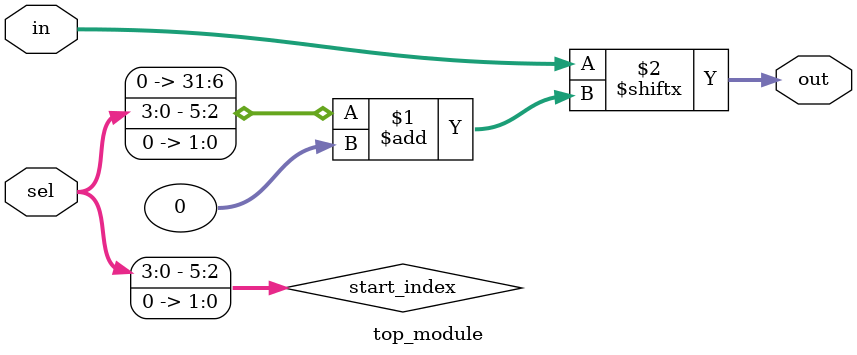
<source format=sv>
module top_module (
	input [1023:0] in,
	input [7:0] sel,
	output [3:0] out
);

	/* Calculate the starting index of the 4-bit block in the input vector */
	reg [5:0] start_index = sel << 2;

	/* Extract the 4-bit block from the input vector */
	assign out = in[start_index +: 4];

endmodule

</source>
